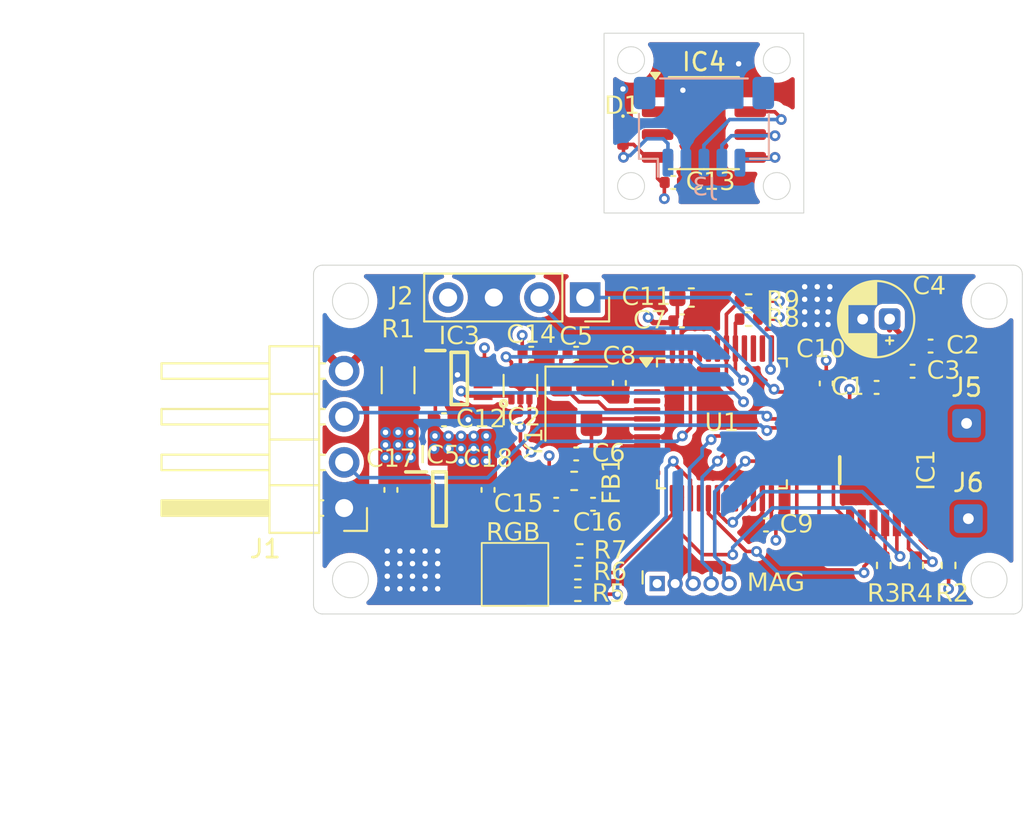
<source format=kicad_pcb>
(kicad_pcb (version 20241229) (generator "pcbnew") (generator_version "9.0")
  (layers (0 "F.Cu" signal) (4 "In1.Cu" signal) (6 "In2.Cu" signal) (2 "B.Cu" signal) (13 "F.Paste" user) (15 "B.Paste" user) (5 "F.SilkS" user "F.Silkscreen") (7 "B.SilkS" user "B.Silkscreen") (1 "F.Mask" user) (3 "B.Mask" user) (25 "Edge.Cuts" user))
  (net 0 "")
  (net 1 "TMP102-INT")
  (net 2 "GND")
  (net 5 "I2C-SCL-2")
  (net 9 "RGB-LED-GREEN")
  (net 11 "I2C-SCL-1")
  (net 12 "I2C-SDA-1")
  (net 14 "+3.3V")
  (net 15 "I2C-SDA-2")
  (net 19 "HSE-OUT")
  (net 20 "RGB-LED-BLUE")
  (net 24 "HSE-IN")
  (net 25 "RGB-LED-RED")
  (net 26 "+3.3VA")
  (net 28 "MAG-MISO")
  (net 29 "MAG-MOSI")
  (net 30 "MAG-SCLK")
  (net 32 "HBRIDGE-")
  (net 33 "CPL")
  (net 34 "CPH")
  (net 35 "HBRIDGE-FAULT")
  (net 36 "HBRIDGE-IN2")
  (net 37 "HBRIDGE-IMODE")
  (net 38 "HBRIDGE-IN1")
  (net 39 "VCP")
  (net 40 "HBRIDGE+")
  (net 41 "HBRIDGE-SLEEP")
  (net 42 "HBRIDGE-VREF")
  (net 43 "+7V")
  (net 44 "HBRIDGE-IPROPI")
  (net 47 "+SV")
  (net 48 "Net-(LED1-Pad4)")
  (net 49 "Net-(LED1-Pad5)")
  (net 50 "Net-(LED1-Pad6)")
  (net 51 "SWDIO")
  (net 52 "SWCLK")
  (net 53 "INA236-INT")
  (net 54 "3.3V")
  (footprint "Resistor_SMD:R_0402_1005Metric" (layer "F.Cu") (at 83 47.3 -90)
    (property "Reference" "R4")
    (property "Value" "8.25k")
  )
  (footprint "Capacitor_SMD:C_0402_1005Metric" (layer "F.Cu") (at 78 37.18 -90)
    (property "Reference" "C10")
    (property "Value" "100nF")
  )
  (footprint "Package_TO_SOT_SMD:SOT-563" (layer "F.Cu") (at 61 37.3 90)
    (property "Reference" "IC2")
    (property "Value" "TMP102xxDRL")
  )
  (footprint "Resistor_SMD:R_1206_3216Metric" (layer "F.Cu") (at 54.2 37 -90)
    (property "Reference" "R1")
    (property "Value" "0.01")
  )
  (footprint "Capacitor_SMD:C_0402_1005Metric" (layer "F.Cu") (at 64.1 41.1 180)
    (property "Reference" "C6")
    (property "Value" "30pF")
  )
  (footprint "Connector_Wire:SolderWire-0.1sqmm_1x01_D0.4mm_OD1mm" (layer "F.Cu") (at 85.9 44.7)
    (property "Reference" "J6")
    (property "Value" "-")
  )
  (footprint "Connector_PinHeader_2.54mm:PinHeader_1x04_P2.54mm_Horizontal" (layer "F.Cu") (at 51.2 44.11 180)
    (property "Reference" "J1")
    (property "Value" "Conn_01x04_Pin")
  )
  (footprint "Capacitor_SMD:C_0402_1005Metric" (layer "F.Cu") (at 65.0375 43.9)
    (property "Reference" "C16")
    (property "Value" "10nF")
  )
  (footprint "Capacitor_SMD:C_0402_1005Metric" (layer "F.Cu") (at 82.8 36.5 180)
    (property "Reference" "C3")
    (property "Value" "100nF")
  )
  (footprint "Capacitor_SMD:C_0402_1005Metric" (layer "F.Cu") (at 83.8 35.1)
    (property "Reference" "C2")
    (property "Value" "100nF")
  )
  (footprint "Resistor_SMD:R_0402_1005Metric" (layer "F.Cu") (at 73.69 33.6 180)
    (property "Reference" "R8")
    (property "Value" "4.7k")
  )
  (footprint "Capacitor_SMD:C_0402_1005Metric" (layer "F.Cu") (at 56.75 39.2)
    (property "Reference" "C12")
    (property "Value" "100nF")
  )
  (footprint "Resistor_SMD:R_0402_1005Metric" (layer "F.Cu") (at 64.19 48.9)
    (property "Reference" "R7")
    (property "Value" "220")
  )
  (footprint "Connector_PinSocket_1.00mm:PinSocket_1x05_P1.00mm_Vertical" (layer "F.Cu") (at 68.6 48.31 90)
    (property "Reference" "MAG")
    (property "Value" "Conn_01x05")
  )
  (footprint "Capacitor_THT:CP_Radial_D4.0mm_P1.50mm" (layer "F.Cu") (at 81.5226 33.6 180)
    (property "Reference" "C4")
    (property "Value" "22uF")
  )
  (footprint "Capacitor_SMD:C_0402_1005Metric" (layer "F.Cu") (at 53.8 43.1 -90)
    (property "Reference" "C17")
    (property "Value" "1uF")
  )
  (footprint "Custom-Footprints:Untitled_1" (layer "F.Cu") (at 60.2 44.7 180)
    (property "Reference" "RGB")
    (property "Value" "")
  )
  (footprint "Crystal:Crystal_SMD_3225-4Pin_3.2x2.5mm" (layer "F.Cu") (at 64.1 38.3 -90)
    (property "Reference" "Y1")
    (property "Value" "25MHZ")
  )
  (footprint "Resistor_SMD:R_0402_1005Metric" (layer "F.Cu") (at 81.2 47.3 -90)
    (property "Reference" "R3")
    (property "Value" "62k")
  )
  (footprint "Resistor_SMD:R_0402_1005Metric" (layer "F.Cu") (at 64.19 47.7)
    (property "Reference" "R6")
    (property "Value" "220")
  )
  (footprint "Package_QFP:LQFP-48_7x7mm_P0.5mm" (layer "F.Cu") (at 72.2 39.4)
    (property "Reference" "U1")
    (property "Value" "STM32F301C8Tx")
  )
  (footprint "Connector_Wire:SolderWire-0.1sqmm_1x01_D0.4mm_OD1mm" (layer "F.Cu") (at 85.8 39.4)
    (property "Reference" "J5")
    (property "Value" "+")
  )
  (footprint "Resistor_SMD:R_0402_1005Metric" (layer "F.Cu") (at 84.8 47.3 90)
    (property "Reference" "R2")
    (property "Value" "10k")
  )
  (footprint "Capacitor_SMD:C_0402_1005Metric" (layer "F.Cu") (at 61.6 35.5)
    (property "Reference" "C14")
    (property "Value" "10nF")
  )
  (footprint "Capacitor_SMD:C_0402_1005Metric" (layer "F.Cu") (at 69.5 26)
    (property "Reference" "C13")
    (property "Value" "100nF")
  )
  (footprint "Capacitor_SMD:C_0402_1005Metric" (layer "F.Cu") (at 59.2 43.1 -90)
    (property "Reference" "C18")
    (property "Value" "1uF")
  )
  (footprint "Capacitor_SMD:C_0402_1005Metric" (layer "F.Cu") (at 66.5 37.15 -90)
    (property "Reference" "C8")
    (property "Value" "100nF")
  )
  (footprint "Inductor_SMD:L_0603_1608Metric" (layer "F.Cu") (at 63.9875 42.6)
    (property "Reference" "FB1")
    (property "Value" "120")
  )
  (footprint "Diode_SMD:D_0402_1005Metric" (layer "F.Cu") (at 66.7 23.4 -90)
    (property "Reference" "D1")
    (property "Value" "6V")
  )
  (footprint "Custom-Footprints:SOT95P285X140-5N" (layer "F.Cu") (at 56.5 43.6)
    (property "Reference" "IC5")
    (property "Value" "AP2112K" (hide yes))
  )
  (footprint "Package_SO:SO-8_3.9x4.9mm_P1.27mm" (layer "F.Cu") (at 71.2 22.7)
    (property "Reference" "IC4")
    (property "Value" "MT6816CT")
  )
  (footprint "Resistor_SMD:R_0402_1005Metric" (layer "F.Cu") (at 73.69 32.6 180)
    (property "Reference" "R9")
    (property "Value" "4.7k")
  )
  (footprint "Capacitor_SMD:C_0402_1005Metric" (layer "F.Cu") (at 69.98 33.7)
    (property "Reference" "C7")
    (property "Value" "100nF")
  )
  (footprint "Resistor_SMD:R_0402_1005Metric" (layer "F.Cu") (at 64.3 46.5)
    (property "Reference" "R5")
    (property "Value" "220")
  )
  (footprint "Capacitor_SMD:C_0402_1005Metric" (layer "F.Cu") (at 62.9875 43.9 180)
    (property "Reference" "C15")
    (property "Value" "1uF")
  )
  (footprint "Capacitor_SMD:C_0402_1005Metric" (layer "F.Cu") (at 74.65 45.05 180)
    (property "Reference" "C9")
    (property "Value" "100nF")
  )
  (footprint "Custom-Footprints:SOP65P280X110-8N" (layer "F.Cu") (at 57.6 36.9)
    (property "Reference" "IC3")
    (property "Value" "INA236AIDDFR" (hide yes))
  )
  (footprint "Connector_PinSocket_2.54mm:PinSocket_1x04_P2.54mm_Vertical" (layer "F.Cu") (at 64.6 32.4 -90)
    (property "Reference" "J2")
    (property "Value" "Conn_01x04_Pin")
  )
  (footprint "Capacitor_SMD:C_0603_1608Metric" (layer "F.Cu") (at 70.5 32.4)
    (property "Reference" "C11")
    (property "Value" "4.7uF")
  )
  (footprint "Capacitor_SMD:C_0402_1005Metric" (layer "F.Cu") (at 64.1 35.5)
    (property "Reference" "C5")
    (property "Value" "30pF")
  )
  (footprint "Capacitor_SMD:C_0402_1005Metric" (layer "F.Cu") (at 80.8 37.4)
    (property "Reference" "C1")
    (property "Value" "22nF")
  )
  (footprint "Custom-Footprints:SOP65P640X120-17N" (layer "F.Cu") (at 81.6 42 90)
    (property "Reference" "IC1")
    (property "Value" "DRV8876PWPR" (hide yes))
  )
  (footprint "Connector_JST:JST_SH_SM05B-SRSS-TB_1x05-1MP_P1.00mm_Horizontal" (layer "B.Cu") (at 71.2 22.9)
    (property "Reference" "J3")
    (property "Value" "Conn_01x05_Pin")
  )
  (gr_circle (center 75.25 19.2) (end 75.25 18.45) (stroke (width 0.05)) (fill no) (layer "Edge.Cuts"))
  (gr_arc (start 88.9 49.5) (mid 88.753553 49.853553) (end 88.4 50) (stroke (width 0.05)) (layer "Edge.Cuts"))
  (gr_line (start 50 50) (end 88.4 50) (stroke (width 0.05)) (layer "Edge.Cuts"))
  (gr_circle (center 87.05 32.6) (end 87.05 31.6) (stroke (width 0.05)) (fill no) (layer "Edge.Cuts"))
  (gr_circle (center 51.55 48.1) (end 51.55 47.1) (stroke (width 0.05)) (fill no) (layer "Edge.Cuts"))
  (gr_arc (start 88.4 30.6) (mid 88.753553 30.746447) (end 88.9 31.1) (stroke (width 0.05)) (layer "Edge.Cuts"))
  (gr_arc (start 50 50) (mid 49.646447 49.853553) (end 49.5 49.5) (stroke (width 0.05)) (layer "Edge.Cuts"))
  (gr_rect (start 65.65 17.7) (end 76.75 27.7) (stroke (width 0.05)) (fill no) (layer "Edge.Cuts"))
  (gr_circle (center 75.25 26.2) (end 75.25 25.45) (stroke (width 0.05)) (fill no) (layer "Edge.Cuts"))
  (gr_arc (start 49.5 31.1) (mid 49.646447 30.746447) (end 50 30.6) (stroke (width 0.05)) (layer "Edge.Cuts"))
  (gr_line (start 50.000001 30.600001) (end 88.4 30.6) (stroke (width 0.05)) (layer "Edge.Cuts"))
  (gr_circle (center 67.15 19.2) (end 67.15 18.45) (stroke (width 0.05)) (fill no) (layer "Edge.Cuts"))
  (gr_circle (center 87.05 48.1) (end 87.05 47.1) (stroke (width 0.05)) (fill no) (layer "Edge.Cuts"))
  (gr_circle (center 51.55 32.6) (end 51.55 31.6) (stroke (width 0.05)) (fill no) (layer "Edge.Cuts"))
  (gr_line (start 88.9 49.5) (end 88.9 31.1) (stroke (width 0.05)) (layer "Edge.Cuts"))
  (gr_line (start 49.5 49.5) (end 49.5 31.1) (stroke (width 0.05)) (layer "Edge.Cuts"))
  (gr_circle (center 67.15 26.2) (end 67.15 25.45) (stroke (width 0.05)) (fill no) (layer "Edge.Cuts"))
  (segment (start 70.45 39.65) (end 70 40.1) (width 0.2) (layer "F.Cu") (net 1))
  (segment (start 61.5 38.0125) (end 61.5 39.1) (width 0.2) (layer "F.Cu") (net 1))
  (segment (start 61 39.6) (end 61 40.4) (width 0.2) (layer "F.Cu") (net 1))
  (segment (start 61.5 39.1) (end 61 39.6) (width 0.2) (layer "F.Cu") (net 1))
  (segment (start 70.45 35.2375) (end 70.45 39.65) (width 0.2) (layer "F.Cu") (net 1))
  (segment (start 61 40.4) (end 61.6 41) (width 0.2) (layer "F.Cu") (net 1))
  (via (at 61 39.6) (size 0.6) (drill 0.3) (layers "F.Cu" "B.Cu") (net 1))
  (via (at 70 40.1) (size 0.6) (drill 0.3) (layers "F.Cu" "B.Cu") (net 1))
  (via (at 61.6 41) (size 0.6) (drill 0.3) (layers "F.Cu" "B.Cu") (net 1))
  (segment (start 69.7 40.4) (end 62.2 40.4) (width 0.2) (layer "B.Cu") (net 1))
  (segment (start 62.2 40.4) (end 61.6 41) (width 0.2) (layer "B.Cu") (net 1))
  (segment (start 70 40.1) (end 69.7 40.4) (width 0.2) (layer "B.Cu") (net 1))
  (segment (start 70.46 33.7) (end 70.46 33.215) (width 0.2) (layer "F.Cu") (net 2))
  (segment (start 55.2 43.6) (end 53.82 43.6) (width 0.2) (layer "F.Cu") (net 2))
  (segment (start 76.3625 37.15) (end 77.42 37.15) (width 0.2) (layer "F.Cu") (net 2))
  (segment (start 64.95 35.87) (end 64.58 35.5) (width 0.2) (layer "F.Cu") (net 2))
  (segment (start 68.62 20.8) (end 68.625 20.795) (width 0.2) (layer "F.Cu") (net 2))
  (segment (start 74.45 44.77) (end 74.17 45.05) (width 0.2) (layer "F.Cu") (net 2))
  (segment (start 69.95 34.21) (end 70.46 33.7) (width 0.2) (layer "F.Cu") (net 2))
  (segment (start 61.5 36.5875) (end 61.5 36.08) (width 0.2) (layer "F.Cu") (net 2))
  (segment (start 61 37.6) (end 61.5 37.1) (width 0.2) (layer "F.Cu") (net 2))
  (segment (start 63.25 40.73) (end 63.62 41.1) (width 0.2) (layer "F.Cu") (net 2))
  (segment (start 61.5 36.08) (end 62.08 35.5) (width 0.2) (layer "F.Cu") (net 2))
  (segment (start 61.5 37.1) (end 61.5 36.5875) (width 0.2) (layer "F.Cu") (net 2))
  (segment (start 73.13 19.4) (end 73.13 20.795) (width 0.2) (layer "F.Cu") (net 2))
  (segment (start 73.13 20.795) (end 73.775 20.795) (width 0.2) (layer "F.Cu") (net 2))
  (segment (start 53.82 43.6) (end 53.8 43.58) (width 0.2) (layer "F.Cu") (net 2))
  (segment (start 64.95 37.2) (end 64.95 35.87) (width 0.2) (layer "F.Cu") (net 2))
  (segment (start 58.098 36.7) (end 58.223 36.575) (width 0.2) (layer "F.Cu") (net 2))
  (segment (start 68.625 20.795) (end 69.955 20.795) (width 0.2) (layer "F.Cu") (net 2))
  (segment (start 66.7 20.8) (end 68.62 20.8) (width 0.2) (layer "F.Cu") (net 2))
  (segment (start 70.46 33.215) (end 71.275 32.4) (width 0.2) (layer "F.Cu") (net 2))
  (segment (start 74.45 43.5625) (end 74.45 44.77) (width 0.2) (layer "F.Cu") (net 2))
  (segment (start 66.7 20.8) (end 66.7 22.915) (width 0.2) (layer "F.Cu") (net 2))
  (segment (start 57.5 36.7) (end 56.975 37.225) (width 0.2) (layer "F.Cu") (net 2))
  (segment (start 56.975 37.225) (end 56.275 37.225) (width 0.2) (layer "F.Cu") (net 2))
  (segment (start 69.955 20.795) (end 70.03 20.87) (width 0.2) (layer "F.Cu") (net 2))
  (segment (start 58.223 36.575) (end 58.925 36.575) (width 0.2) (layer "F.Cu") (net 2))
  (segment (start 57.5 36.7) (end 58.098 36.7) (width 0.2) (layer "F.Cu") (net 2))
  (segment (start 61 38.0125) (end 61 37.6) (width 0.2) (layer "F.Cu") (net 2))
  (segment (start 57.23 39.2) (end 58.1 39.2) (width 0.2) (layer "F.Cu") (net 2))
  (segment (start 77.42 37.15) (end 77.9 37.63) (width 0.2) (layer "F.Cu") (net 2))
  (segment (start 69.95 35.2375) (end 69.95 34.21) (width 0.2) (layer "F.Cu") (net 2))
  (segment (start 63.25 39.4) (end 63.25 40.73) (width 0.2) (layer "F.Cu") (net 2))
  (via (at 78.1 33.9) (size 0.6) (drill 0.3) (layers "F.Cu" "B.Cu") (net 2))
  (via (at 53.6 47.9) (size 0.6) (drill 0.3) (layers "F.Cu" "B.Cu") (net 2))
  (via (at 77.5 33.9) (size 0.6) (drill 0.3) (layers "F.Cu" "B.Cu") (net 2))
  (via (at 54.3 47.2) (size 0.6) (drill 0.3) (layers "F.Cu" "B.Cu") (net 2))
  (via (at 55.7 47.2) (size 0.6) (drill 0.3) (layers "F.Cu" "B.Cu") (net 2))
  (via (at 55.7 48.6) (size 0.6) (drill 0.3) (layers "F.Cu" "B.Cu") (net 2))
  (via (at 66.7 20.8) (size 0.6) (drill 0.3) (layers "F.Cu" "B.Cu") (net 2))
  (via (at 55.7 46.5) (size 0.6) (drill 0.3) (layers "F.Cu" "B.Cu") (net 2))
  (via (at 54.3 46.5) (size 0.6) (drill 0.3) (layers "F.Cu" "B.Cu") (net 2))
  (via (at 53.6 48.6) (size 0.6) (drill 0.3) (layers "F.Cu" "B.Cu") (net 2))
  (via (at 56.4 48.6) (size 0.6) (drill 0.3) (layers "F.Cu" "B.Cu") (net 2))
  (via (at 78.2 31.8) (size 0.6) (drill 0.3) (layers "F.Cu" "B.Cu") (net 2))
  (via (at 58.1 39.2) (size 0.6) (drill 0.3) (layers "F.Cu" "B.Cu") (net 2))
  (via (at 55 47.2) (size 0.6) (drill 0.3) (layers "F.Cu" "B.Cu") (net 2))
  (via (at 55 48.6) (size 0.6) (drill 0.3) (layers "F.Cu" "B.Cu") (net 2))
  (via (at 77.5 33.2) (size 0.6) (drill 0.3) (layers "F.Cu" "B.Cu") (net 2))
  (via (at 55.7 47.9) (size 0.6) (drill 0.3) (layers "F.Cu" "B.Cu") (net 2))
  (via (at 56.4 46.5) (size 0.6) (drill 0.3) (layers "F.Cu" "B.Cu") (net 2))
  (via (at 57.5 36.7) (size 0.6) (drill 0.3) (layers "F.Cu" "B.Cu") (net 2))
  (via (at 54.3 47.9) (size 0.6) (drill 0.3) (layers "F.Cu" "B.Cu") (net 2))
  (via (at 55 47.9) (size 0.6) (drill 0.3) (layers "F.Cu" "B.Cu") (net 2))
  (via (at 55 46.5) (size 0.6) (drill 0.3) (layers "F.Cu" "B.Cu") (net 2))
  (via (at 76.8 33.2) (size 0.6) (drill 0.3) (layers "F.Cu" "B.Cu") (net 2))
  (via (at 77.5 32.5) (size 0.6) (drill 0.3) (layers "F.Cu" "B.Cu") (net 2))
  (via (at 76.8 33.9) (size 0.6) (drill 0.3) (layers "F.Cu" "B.Cu") (net 2))
  (via (at 70.03 20.87) (size 0.6) (drill 0.3) (layers "F.Cu" "B.Cu") (net 2))
  (via (at 73.13 19.4) (size 0.6) (drill 0.3) (layers "F.Cu" "B.Cu") (net 2))
  (via (at 76.8 31.8) (size 0.6) (drill 0.3) (layers "F.Cu" "B.Cu") (net 2))
  (via (at 77.5 31.8) (size 0.6) (drill 0.3) (layers "F.Cu" "B.Cu") (net 2))
  (via (at 78.2 32.5) (size 0.6) (drill 0.3) (layers "F.Cu" "B.Cu") (net 2))
  (via (at 54.3 48.6) (size 0.6) (drill 0.3) (layers "F.Cu" "B.Cu") (net 2))
  (via (at 53.6 46.5) (size 0.6) (drill 0.3) (layers "F.Cu" "B.Cu") (net 2))
  (via (at 56.4 47.9) (size 0.6) (drill 0.3) (layers "F.Cu" "B.Cu") (net 2))
  (via (at 78.1 33.2) (size 0.6) (drill 0.3) (layers "F.Cu" "B.Cu") (net 2))
  (via (at 76.8 32.5) (size 0.6) (drill 0.3) (layers "F.Cu" "B.Cu") (net 2))
  (via (at 56.4 47.2) (size 0.6) (drill 0.3) (layers "F.Cu" "B.Cu") (net 2))
  (via (at 53.6 47.2) (size 0.6) (drill 0.3) (layers "F.Cu" "B.Cu") (net 2))
  (segment (start 70.2 21.04) (end 70.2 24.7) (width 0.2) (layer "B.Cu") (net 2))
  (segment (start 70.03 20.87) (end 70.2 21.04) (width 0.2) (layer "B.Cu") (net 2))
  (segment (start 74.850003 39.65) (end 74.7 39.800003) (width 0.2) (layer "F.Cu") (net 5))
  (segment (start 76.3625 39.65) (end 74.850003 39.65) (width 0.2) (layer "F.Cu") (net 5))
  (via (at 74.7 39.800003) (size 0.6) (drill 0.3) (layers "F.Cu" "B.Cu") (net 5))
  (segment (start 51.2 41.57) (end 52.05 42.42) (width 0.2) (layer "B.Cu") (net 5))
  (segment (start 74.350057 39.5) (end 74.451057 39.601) (width 0.2) (layer "B.Cu") (net 5))
  (segment (start 74.451057 39.601) (end 74.500997 39.601) (width 0.2) (layer "B.Cu") (net 5))
  (segment (start 59.18 42.42) (end 62.1 39.5) (width 0.2) (layer "B.Cu") (net 5))
  (segment (start 52.05 42.42) (end 59.18 42.42) (width 0.2) (layer "B.Cu") (net 5))
  (segment (start 74.500997 39.601) (end 74.7 39.800003) (width 0.2) (layer "B.Cu") (net 5))
  (segment (start 62.1 39.5) (end 74.350057 39.5) (width 0.2) (layer "B.Cu") (net 5))
  (segment (start 66.2 47.7) (end 64.7 47.7) (width 0.2) (layer "F.Cu") (net 9))
  (segment (start 69.45 43.5625) (end 69.45 44.45) (width 0.2) (layer "F.Cu") (net 9))
  (segment (start 69.45 44.45) (end 66.2 47.7) (width 0.2) (layer "F.Cu") (net 9))
  (segment (start 57.7 37.6) (end 57.975 37.875) (width 0.2) (layer "F.Cu") (net 11))
  (segment (start 73.4 38.2) (end 72.45 37.25) (width 0.2) (layer "F.Cu") (net 11))
  (segment (start 57.975 37.875) (end 58.925 37.875) (width 0.2) (layer "F.Cu") (net 11))
  (segment (start 58.925 37.875) (end 60.3625 37.875) (width 0.2) (layer "F.Cu") (net 11))
  (segment (start 72.45 37.25) (end 72.45 35.2375) (width 0.2) (layer "F.Cu") (net 11))
  (segment (start 72.45 35.2375) (end 72.45 33.33) (width 0.2) (layer "F.Cu") (net 11))
  (segment (start 60.3625 37.875) (end 60.5 38.0125) (width 0.2) (layer "F.Cu") (net 11))
  (segment (start 72.45 33.33) (end 73.18 32.6) (width 0.2) (layer "F.Cu") (net 11))
  (via (at 57.7 37.6) (size 0.6) (drill 0.3) (layers "F.Cu" "B.Cu") (net 11))
  (via (at 73.4 38.2) (size 0.6) (drill 0.3) (layers "F.Cu" "B.Cu") (net 11))
  (segment (start 73.4 38.2) (end 72.9 37.7) (width 0.2) (layer "B.Cu") (net 11))
  (segment (start 72.9 37.7) (end 57.8 37.7) (width 0.2) (layer "B.Cu") (net 11))
  (segment (start 57.8 37.7) (end 57.7 37.6) (width 0.2) (layer "B.Cu") (net 11))
  (segment (start 72.95 35.2375) (end 72.95 36.55) (width 0.2) (layer "F.Cu") (net 12))
  (segment (start 60.5 36) (end 60.2 35.7) (width 0.2) (layer "F.Cu") (net 12))
  (segment (start 72.95 33.83) (end 73.18 33.6) (width 0.2) (layer "F.Cu") (net 12))
  (segment (start 58.925 37.225) (end 59.8625 37.225) (width 0.2) (layer "F.Cu") (net 12))
  (segment (start 72.95 35.2375) (end 72.95 33.83) (width 0.2) (layer "F.Cu") (net 12))
  (segment (start 60.5 36.5875) (end 60.5 36) (width 0.2) (layer "F.Cu") (net 12))
  (segment (start 59.8625 37.225) (end 60.5 36.5875) (width 0.2) (layer "F.Cu") (net 12))
  (segment (start 72.95 36.55) (end 73.4 37) (width 0.2) (layer "F.Cu") (net 12))
  (via (at 60.2 35.7) (size 0.6) (drill 0.3) (layers "F.Cu" "B.Cu") (net 12))
  (via (at 73.4 37) (size 0.6) (drill 0.3) (layers "F.Cu" "B.Cu") (net 12))
  (segment (start 70.6 35.7) (end 60.2 35.7) (width 0.2) (layer "B.Cu") (net 12))
  (segment (start 73.4 37) (end 72.6 36.2) (width 0.2) (layer "B.Cu") (net 12))
  (segment (start 72.6 36.2) (end 71.1 36.2) (width 0.2) (layer "B.Cu") (net 12))
  (segment (start 71.1 36.2) (end 70.6 35.7) (width 0.2) (layer "B.Cu") (net 12))
  (segment (start 74.95 44.87) (end 75.13 45.05) (width 0.2) (layer "F.Cu") (net 14))
  (segment (start 68.0375 36.65) (end 68.95 36.65) (width 0.2) (layer "F.Cu") (net 14))
  (segment (start 68.4 33.8) (end 69.4 33.8) (width 0.3) (layer "F.Cu") (net 14))
  (segment (start 75.3 33.6) (end 75.4 33.5) (width 0.2) (layer "F.Cu") (net 14))
  (segment (start 68.1 33.5) (end 68.4 33.8) (width 0.3) (layer "F.Cu") (net 14))
  (segment (start 69.5 33.7) (end 69.5 35.1875) (width 0.2) (layer "F.Cu") (net 14))
  (segment (start 74.2 32.6) (end 75.4 32.6) (width 0.2) (layer "F.Cu") (net 14))
  (segment (start 66.5 36.67) (end 68.0175 36.67) (width 0.2) (layer "F.Cu") (net 14))
  (segment (start 74.95 43.5625) (end 74.95 44.87) (width 0.2) (layer "F.Cu") (net 14))
  (segment (start 66.73 23.915) (end 66.7 23.885) (width 0.2) (layer "F.Cu") (net 14))
  (segment (start 79.3 37.5) (end 79.3 39.037) (width 0.2) (layer "F.Cu") (net 14))
  (segment (start 68.95 36.65) (end 69.45 36.15) (width 0.2) (layer "F.Cu") (net 14))
  (segment (start 77.88 36.65) (end 77.9 36.67) (width 0.2) (layer "F.Cu") (net 14))
  (segment (start 84.8 48.6) (end 84.8 47.81) (width 0.2) (layer "F.Cu") (net 14))
  (segment (start 56.27 37.88) (end 56.275 37.875) (width 0.2) (layer "F.Cu") (net 14))
  (segment (start 76.3625 36.65) (end 77.88 36.65) (width 0.2) (layer "F.Cu") (net 14))
  (segment (start 61 35.62) (end 61 36.5875) (width 0.2) (layer "F.Cu") (net 14))
  (segment (start 66.73 24.6) (end 66.73 23.915) (width 0.2) (layer "F.Cu") (net 14))
  (segment (start 69.725 33.475) (end 69.5 33.7) (width 0.2) (layer "F.Cu") (net 14))
  (segment (start 69.4 33.8) (end 69.5 33.7) (width 0.3) (layer "F.Cu") (net 14))
  (segment (start 74.2 33.6) (end 75.3 33.6) (width 0.2) (layer "F.Cu") (net 14))
  (segment (start 61.1 34.5) (end 61.1 35.48) (width 0.2) (layer "F.Cu") (net 14))
  (segment (start 79.3 39.037) (end 79.325 39.062) (width 0.2) (layer "F.Cu") (net 14))
  (segment (start 59.17 42.65) (end 59.2 42.62) (width 0.2) (layer "F.Cu") (net 14))
  (segment (start 57.8 42.65) (end 59.17 42.65) (width 0.2) (layer "F.Cu") (net 14))
  (segment (start 75.2 45.9) (end 75.2 45.12) (width 0.2) (layer "F.Cu") (net 14))
  (segment (start 67.285 23.885) (end 66.7 23.885) (width 0.2) (layer "F.Cu") (net 14))
  (segment (start 78 36.7) (end 78 35.9) (width 0.2) (layer "F.Cu") (net 14))
  (segment (start 69.45 36.15) (end 69.45 35.2375) (width 0.2) (layer "F.Cu") (net 14))
  (segment (start 62.6 42) (end 63.2 42.6) (width 0.2) (layer "F.Cu") (net 14))
  (segment (start 61.12 35.5) (end 61 35.62) (width 0.2) (layer "F.Cu") (net 14))
  (segment (start 68.625 25.775) (end 69.05 26.2) (width 0.2) (layer "F.Cu") (net 14))
  (segment (start 69 26.9) (end 69 26.02) (width 0.2) (layer "F.Cu") (net 14))
  (segment (start 69 26.02) (end 69.02 26) (width 0.2) (layer "F.Cu") (net 14))
  (segment (start 69.725 32.4) (end 69.725 33.475) (width 0.2) (layer "F.Cu") (net 14))
  (segment (start 68.0175 36.67) (end 68.0375 36.65) (width 0.2) (layer "F.Cu") (net 14))
  (segment (start 75.2 45.12) (end 75.13 45.05) (width 0.2) (layer "F.Cu") (net 14))
  (segment (start 56.27 39.2) (end 56.27 37.88) (width 0.2) (layer "F.Cu") (net 14))
  (segment (start 68.625 24.605) (end 68.005 24.605) (width 0.2) (layer "F.Cu") (net 14))
  (segment (start 68.005 24.605) (end 67.285 23.885) (width 0.2) (layer "F.Cu") (net 14))
  (segment (start 69.5 35.1875) (end 69.45 35.2375) (width 0.2) (layer "F.Cu") (net 14))
  (segment (start 62.6 41.2) (end 62.6 42) (width 0.2) (layer "F.Cu") (net 14))
  (segment (start 68.625 24.605) (end 68.625 25.775) (width 0.2) (layer "F.Cu") (net 14))
  (segment (start 61.1 35.48) (end 61.12 35.5) (width 0.2) (layer "F.Cu") (net 14))
  (segment (start 68.53 24.7) (end 68.625 24.605) (width 0.2) (layer "F.Cu") (net 14))
  (via (at 79.3 37.5) (size 0.6) (drill 0.3) (layers "F.Cu" "B.Cu") (net 14))
  (via (at 57.7 41.5) (size 0.6) (drill 0.3) (layers "F.Cu" "B.Cu") (net 14))
  (via (at 66.73 24.6) (size 0.6) (drill 0.3) (layers "F.Cu" "B.Cu") (net 14))
  (via (at 75.4 32.6) (size 0.6) (drill 0.3) (layers "F.Cu" "B.Cu") (net 14))
  (via (at 58.4 40.1) (size 0.6) (drill 0.3) (layers "F.Cu" "B.Cu") (net 14))
  (via (at 68.1 33.5) (size 0.6) (drill 0.3) (layers "F.Cu" "B.Cu") (net 14))
  (via (at 62.6 41.2) (size 0.6) (drill 0.3) (layers "F.Cu" "B.Cu") (net 14))
  (via (at 61.1 34.5) (size 0.6) (drill 0.3) (layers "F.Cu" "B.Cu") (net 14))
  (via (at 57 40.1) (size 0.6) (drill 0.3) (layers "F.Cu" "B.Cu") (net 14))
  (via (at 59.1 40.1) (size 0.6) (drill 0.3) (layers "F.Cu" "B.Cu") (net 14))
  (via (at 58.4 41.5) (size 0.6) (drill 0.3) (layers "F.Cu" "B.Cu") (net 14))
  (via (at 56.25 40.1) (size 0.6) (drill 0.3) (layers "F.Cu" "B.Cu") (net 14))
  (via (at 75.2 45.9) (size 0.6) (drill 0.3) (layers "F.Cu" "B.Cu") (net 14))
  (via (at 75.4 33.5) (size 0.6) (drill 0.3) (layers "F.Cu" "B.Cu") (net 14))
  (via (at 58.4 40.8) (size 0.6) (drill 0.3) (layers "F.Cu" "B.Cu") (net 14))
  (via (at 59.1 40.8) (size 0.6) (drill 0.3) (layers "F.Cu" "B.Cu") (net 14))
  (via (at 57 40.8) (size 0.6) (drill 0.3) (layers "F.Cu" "B.Cu") (net 14))
  (via (at 56.2 40.8) (size 0.6) (drill 0.3) (layers "F.Cu" "B.Cu") (net 14))
  (via (at 57.7 40.8) (size 0.6) (drill 0.3) (layers "F.Cu" "B.Cu") (net 14))
  (via (at 59.1 41.5) (size 0.6) (drill 0.3) (layers "F.Cu" "B.Cu") (net 14))
  (via (at 57.7 40.1) (size 0.6) (drill 0.3) (layers "F.Cu" "B.Cu") (net 14))
  (via (at 84.8 48.6) (size 0.6) (drill 0.3) (layers "F.Cu" "B.Cu") (net 14))
  (via (at 69 26.9) (size 0.6) (drill 0.3) (layers "F.Cu" "B.Cu") (net 14))
  (via (at 78 35.9) (size 0.6) (drill 0.3) (layers "F.Cu" "B.Cu") (net 14))
  (segment (start 68.93 23.57) (end 69.2 23.84) (width 0.2) (layer "B.Cu") (net 14))
  (segment (start 67.1 24.5) (end 68.03 23.57) (width 0.2) (layer "B.Cu") (net 14))
  (segment (start 66.83 24.5) (end 67.1 24.5) (width 0.2) (layer "B.Cu") (net 14))
  (segment (start 69.2 23.84) (end 69.2 24.7) (width 0.2) (layer "B.Cu") (net 14))
  (segment (start 66.73 24.6) (end 66.83 24.5) (width 0.2) (layer "B.Cu") (net 14))
  (segment (start 68.03 23.57) (end 68.93 23.57) (width 0.2) (layer "B.Cu") (net 14))
  (segment (start 74.85 39.15) (end 74.7 39) (width 0.2) (layer "F.Cu") (net 15))
  (segment (start 76.3625 39.15) (end 74.85 39.15) (width 0.2) (layer "F.Cu") (net 15))
  (via (at 74.7 39) (size 0.6) (drill 0.3) (layers "F.Cu" "B.Cu") (net 15))
  (segment (start 74.7 39) (end 74.5 38.8) (width 0.2) (layer "B.Cu") (net 15))
  (segment (start 51.43 38.8) (end 51.2 39.03) (width 0.2) (layer "B.Cu") (net 15))
  (segment (start 74.5 38.8) (end 58.549943 38.8) (width 0.2) (layer "B.Cu") (net 15))
  (segment (start 58.549943 38.8) (end 58.348943 38.599) (width 0.2) (layer "B.Cu") (net 15))
  (segment (start 57.650057 38.8) (end 51.43 38.8) (width 0.2) (layer "B.Cu") (net 15))
  (segment (start 58.348943 38.599) (end 57.851057 38.599) (width 0.2) (layer "B.Cu") (net 15))
  (segment (start 57.851057 38.599) (end 57.650057 38.8) (width 0.2) (layer "B.Cu") (net 15))
  (segment (start 64.95 39.4) (end 64.95 40.73) (width 0.2) (layer "F.Cu") (net 19))
  (segment (start 65.2 39.15) (end 68.0375 39.15) (width 0.2) (layer "F.Cu") (net 19))
  (segment (start 64.95 39.4) (end 65.2 39.15) (width 0.2) (layer "F.Cu") (net 19))
  (segment (start 64.95 40.73) (end 64.58 41.1) (width 0.2) (layer "F.Cu") (net 19))
  (segment (start 68.0375 43.2725) (end 68.0375 42.15) (width 0.2) (layer "F.Cu") (net 20))
  (segment (start 64.81 46.5) (end 68.0375 43.2725) (width 0.2) (layer "F.Cu") (net 20))
  (segment (start 63.25 37.2) (end 63.25 35.87) (width 0.2) (layer "F.Cu") (net 24))
  (segment (start 68.0375 38.65) (end 65.78616 38.65) (width 0.2) (layer "F.Cu") (net 24))
  (segment (start 63.25 35.87) (end 63.62 35.5) (width 0.2) (layer "F.Cu") (net 24))
  (segment (start 65.78616 38.65) (end 65.33716 38.201) (width 0.2) (layer "F.Cu") (net 24))
  (segment (start 64.251 38.201) (end 63.25 37.2) (width 0.2) (layer "F.Cu") (net 24))
  (segment (start 65.33716 38.201) (end 64.251 38.201) (width 0.2) (layer "F.Cu") (net 24))
  (segment (start 69.5 41.5) (end 69.5 41.6) (width 0.2) (layer "F.Cu") (net 25))
  (segment (start 70.45 42.55) (end 70.45 43.5625) (width 0.2) (layer "F.Cu") (net 25))
  (segment (start 69.5 41.6) (end 70.45 42.55) (width 0.2) (layer "F.Cu") (net 25))
  (segment (start 66.4 48.9) (end 64.7 48.9) (width 0.2) (layer "F.Cu") (net 25))
  (via (at 69.5 41.5) (size 0.6) (drill 0.3) (layers "F.Cu" "B.Cu") (net 25))
  (via (at 66.4 48.9) (size 0.6) (drill 0.3) (layers "F.Cu" "B.Cu") (net 25))
  (segment (start 66.4 47.3) (end 66.4 48.9) (width 0.2) (layer "B.Cu") (net 25))
  (segment (start 69.1 41.9) (end 69.1 44.6) (width 0.2) (layer "B.Cu") (net 25))
  (segment (start 69.5 41.5) (end 69.1 41.9) (width 0.2) (layer "B.Cu") (net 25))
  (segment (start 69.1 44.6) (end 66.4 47.3) (width 0.2) (layer "B.Cu") (net 25))
  (segment (start 63.4675 43.9) (end 64.5575 43.9) (width 0.2) (layer "F.Cu") (net 26))
  (segment (start 64.5575 43.9) (end 64.5575 42.8175) (width 0.2) (layer "F.Cu") (net 26))
  (segment (start 64.5575 42.8175) (end 64.775 42.6) (width 0.2) (layer "F.Cu") (net 26))
  (segment (start 68.0375 40.65) (end 66.725 40.65) (width 0.2) (layer "F.Cu") (net 26))
  (segment (start 66.725 40.65) (end 64.775 42.6) (width 0.2) (layer "F.Cu") (net 26))
  (segment (start 71.95 41.501) (end 72.751 40.7) (width 0.2) (layer "F.Cu") (net 28))
  (segment (start 72.751 40.7) (end 74.0671 40.7) (width 0.2) (layer "F.Cu") (net 28))
  (segment (start 74.0671 40.7) (end 74.5171 41.15) (width 0.2) (layer "F.Cu") (net 28))
  (segment (start 74.5171 41.15) (end 76.3625 41.15) (width 0.2) (layer "F.Cu") (net 28))
  (segment (start 75.085 23.335) (end 75.15 23.4) (width 0.2) (layer "F.Cu") (net 28))
  (segment (start 73.775 23.335) (end 75.085 23.335) (width 0.2) (layer "F.Cu") (net 28))
  (via (at 71.95 41.501) (size 0.6) (drill 0.3) (layers "F.Cu" "B.Cu") (net 28))
  (via (at 75.15 23.4) (size 0.6) (drill 0.3) (layers "F.Cu" "B.Cu") (net 28))
  (segment (start 72.725001 23.4) (end 75.15 23.4) (width 0.2) (layer "B.Cu") (net 28))
  (segment (start 71.95 41.501) (end 71.95 41.55) (width 0.2) (layer "B.Cu") (net 28))
  (segment (start 71.95 41.55) (end 71.1 42.4) (width 0.2) (layer "B.Cu") (net 28))
  (segment (start 71.1 47.1) (end 71.6 47.6) (width 0.2) (layer "B.Cu") (net 28))
  (segment (start 72.2 23.925001) (end 72.725001 23.4) (width 0.2) (layer "B.Cu") (net 28))
  (segment (start 71.6 47.6) (end 71.6 48.31) (width 0.2) (layer "B.Cu") (net 28))
  (segment (start 72.2 24.7) (end 72.2 23.925001) (width 0.2) (layer "B.Cu") (net 28))
  (segment (start 71.1 42.4) (end 71.1 47.1) (width 0.2) (layer "B.Cu") (net 28))
  (segment (start 73.5 41.501) (end 74.301 41.501) (width 0.2) (layer "F.Cu") (net 29))
  (segment (start 74.45 41.65) (end 76.3625 41.65) (width 0.2) (layer "F.Cu") (net 29))
  (segment (start 74.301 41.501) (end 74.45 41.65) (width 0.2) (layer "F.Cu") (net 29))
  (segment (start 73.775 24.605) (end 75.15 24.605) (width 0.2) (layer "F.Cu") (net 29))
  (via (at 73.5 41.501) (size 0.6) (drill 0.3) (layers "F.Cu" "B.Cu") (net 29))
  (via (at 75.15 24.605) (size 0.6) (drill 0.3) (layers "F.Cu" "B.Cu") (net 29))
  (segment (start 72.326 47.326) (end 72.326 48.036) (width 0.2) (layer "B.Cu") (net 29))
  (segment (start 73.5 41.501) (end 71.8 43.201) (width 0.2) (layer "B.Cu") (net 29))
  (segment (start 71.8 46.8) (end 72.326 47.326) (width 0.2) (layer "B.Cu") (net 29))
  (segment (start 73.2 24.7) (end 75.055 24.7) (width 0.2) (layer "B.Cu") (net 29))
  (segment (start 71.8 43.201) (end 71.8 46.8) (width 0.2) (layer "B.Cu") (net 29))
  (segment (start 75.055 24.7) (end 75.15 24.605) (width 0.2) (layer "B.Cu") (net 29))
  (segment (start 72.326 48.036) (end 72.6 48.31) (width 0.2) (layer "B.Cu") (net 29))
  (segment (start 71.6 40.3) (end 71.8 40.1) (width 0.2) (layer "F.Cu") (net 30))
  (segment (start 74.150054 40.1) (end 74.700054 40.65) (width 0.2) (layer "F.Cu") (net 30))
  (segment (start 75.5 22.5) (end 75.5 22.43) (width 0.2) (layer "F.Cu") (net 30))
  (segment (start 75.135 22.065) (end 73.775 22.065) (width 0.2) (layer "F.Cu") (net 30))
  (segment (start 74.700054 40.65) (end 76.3625 40.65) (width 0.2) (layer "F.Cu") (net 30))
  (segment (start 71.8 40.1) (end 74.150054 40.1) (width 0.2) (layer "F.Cu") (net 30))
  (segment (start 75.5 22.43) (end 75.135 22.065) (width 0.2) (layer "F.Cu") (net 30))
  (via (at 75.5 22.5) (size 0.6) (drill 0.3) (layers "F.Cu" "B.Cu") (net 30))
  (via (at 71.6 40.3) (size 0.6) (drill 0.3) (layers "F.Cu" "B.Cu") (net 30))
  (segment (start 71.6 40.3) (end 71.1 40.8) (width 0.2) (layer "B.Cu") (net 30))
  (segment (start 70.4 48.11) (end 70.6 48.31) (width 0.2) (layer "B.Cu") (net 30))
  (segment (start 70.4 41.9) (end 70.4 48.11) (width 0.2) (layer "B.Cu") (net 30))
  (segment (start 71.1 41.2) (end 70.4 41.9) (width 0.2) (layer "B.Cu") (net 30))
  (segment (start 71.1 40.8) (end 71.1 41.2) (width 0.2) (layer "B.Cu") (net 30))
  (segment (start 75.5 22.5) (end 72.625001 22.5) (width 0.2) (layer "B.Cu") (net 30))
  (segment (start 71.2 23.925001) (end 71.2 24.7) (width 0.2) (layer "B.Cu") (net 30))
  (segment (start 72.625001 22.5) (end 71.2 23.925001) (width 0.2) (layer "B.Cu") (net 30))
  (segment (start 83.225 39.062) (end 83.225 37.875) (width 0.5) (layer "F.Cu") (net 32))
  (segment (start 83.7 37.4) (end 85.1 37.4) (width 0.3) (layer "F.Cu") (net 32))
  (segment (start 83.225 37.875) (end 83.7 37.4) (width 0.5) (layer "F.Cu") (net 32))
  (segment (start 85.8 38.1) (end 85.8 39.4) (width 0.3) (layer "F.Cu") (net 32))
  (segment (start 85.1 37.4) (end 85.8 38.1) (width 0.3) (layer "F.Cu") (net 32))
  (segment (start 80.625 37.705) (end 80.625 39.062) (width 0.2) (layer "F.Cu") (net 33))
  (segment (start 80.32 37.4) (end 80.625 37.705) (width 0.2) (layer "F.Cu") (net 33))
  (segment (start 81.275 39.062) (end 81.275 37.405) (width 0.2) (layer "F.Cu") (net 34))
  (segment (start 81.275 37.405) (end 81.28 37.4) (width 0.2) (layer "F.Cu") (net 34))
  (segment (start 80.66 46.79) (end 81.2 46.79) (width 0.2) (layer "F.Cu") (net 35))
  (segment (start 73.557165 46.524265) (end 74.124265 46.524265) (width 0.2) (layer "F.Cu") (net 35))
  (segment (start 80.1 47.7) (end 80.1 47.35) (width 0.2) (layer "F.Cu") (net 35))
  (segment (start 81.275 44.938) (end 81.275 46.715) (width 0.2) (layer "F.Cu") (net 35))
  (segment (start 71.45 44.4171) (end 73.557165 46.524265) (width 0.2) (layer "F.Cu") (net 35))
  (segment (start 71.45 43.5625) (end 71.45 44.4171) (width 0.2) (layer "F.Cu") (net 35))
  (segment (start 80.1 47.35) (end 80.66 46.79) (width 0.2) (layer "F.Cu") (net 35))
  (segment (start 81.275 46.715) (end 81.2 46.79) (width 0.2) (layer "F.Cu") (net 35))
  (via (at 74.124265 46.524265) (size 0.6) (drill 0.3) (layers "F.Cu" "B.Cu") (net 35))
  (via (at 80.1 47.7) (size 0.6) (drill 0.3) (layers "F.Cu" "B.Cu") (net 35))
  (segment (start 75.3 47.7) (end 80.1 47.7) (width 0.2) (layer "B.Cu") (net 35))
  (segment (start 74.124265 46.524265) (end 75.3 47.7) (width 0.2) (layer "B.Cu") (net 35))
  (segment (start 77.133824 40.15) (end 77.6 40.616176) (width 0.2) (layer "F.Cu") (net 36))
  (segment (start 77.6 45.5) (end 78.5 46.4) (width 0.2) (layer "F.Cu") (net 36))
  (segment (start 77.6 40.616176) (end 77.6 45.5) (width 0.2) (layer "F.Cu") (net 36))
  (segment (start 78.5 46.4) (end 79.4275 46.4) (width 0.2) (layer "F.Cu") (net 36))
  (segment (start 79.975 45.8525) (end 79.975 44.938) (width 0.2) (layer "F.Cu") (net 36))
  (segment (start 79.4275 46.4) (end 79.975 45.8525) (width 0.2) (layer "F.Cu") (net 36))
  (segment (start 76.3625 40.15) (end 77.133824 40.15) (width 0.2) (layer "F.Cu") (net 36))
  (segment (start 84.31 46.3) (end 84.8 46.79) (width 0.2) (layer "F.Cu") (net 37))
  (segment (start 83.225 44.938) (end 83.225 45.8755) (width 0.2) (layer "F.Cu") (net 37))
  (segment (start 83.6495 46.3) (end 84.31 46.3) (width 0.2) (layer "F.Cu") (net 37))
  (segment (start 83.225 45.8755) (end 83.6495 46.3) (width 0.2) (layer "F.Cu") (net 37))
  (segment (start 77.25 38.65) (end 78.4 39.8) (width 0.2) (layer "F.Cu") (net 38))
  (segment (start 78.4 39.8) (end 78.4 44.013) (width 0.2) (layer "F.Cu") (net 38))
  (segment (start 76.3625 38.65) (end 77.25 38.65) (width 0.2) (layer "F.Cu") (net 38))
  (segment (start 78.4 44.013) (end 79.325 44.938) (width 0.2) (layer "F.Cu") (net 38))
  (segment (start 81.925 39.062) (end 81.925 36.895) (width 0.2) (layer "F.Cu") (net 39))
  (segment (start 81.925 36.895) (end 82.32 36.5) (width 0.2) (layer "F.Cu") (net 39))
  (segment (start 80.625 44.938) (end 80.625 45.8755) (width 0.2) (layer "F.Cu") (net 41))
  (segment (start 80.625 45.8755) (end 79.5005 47) (width 0.2) (layer "F.Cu") (net 41))
  (segment (start 79.4 47.1) (end 78.1329 47.1) (width 0.2) (layer "F.Cu") (net 41))
  (segment (start 78.1329 47.1) (end 76.3625 45.3296) (width 0.2) (layer "F.Cu") (net 41))
  (segment (start 76.3625 45.3296) (end 76.3625 42.15) (width 0.2) (layer "F.Cu") (net 41))
  (segment (start 79.5005 47) (end 79.5 47) (width 0.2) (layer "F.Cu") (net 41))
  (segment (start 79.5 47) (end 79.4 47.1) (width 0.2) (layer "F.Cu") (net 41))
  (segment (start 71.1 46.7) (end 69.95 45.55) (width 0.2) (layer "F.Cu") (net 42))
  (segment (start 69.95 45.55) (end 69.95 43.5625) (width 0.2) (layer "F.Cu") (net 42))
  (segment (start 81.925 44.938) (end 81.925 46.625) (width 0.2) (layer "F.Cu") (net 42))
  (segment (start 81.925 46.625) (end 82.1 46.8) (width 0.2) (layer "F.Cu") (net 42))
  (segment (start 72.8 46.7) (end 71.1 46.7) (width 0.2) (layer "F.Cu") (net 42))
  (segment (start 70 43.5125) (end 69.95 43.5625) (width 0.2) (layer "F.Cu") (net 42))
  (via (at 82.1 46.8) (size 0.6) (drill 0.3) (layers "F.Cu" "B.Cu") (net 42))
  (via (at 72.8 46.7) (size 0.6) (drill 0.3) (layers "F.Cu" "B.Cu") (net 42))
  (segment (start 79.4 44.1) (end 82.1 46.8) (width 0.2) (layer "B.Cu") (net 42))
  (segment (start 82 46.8) (end 82.1 46.8) (width 0.2) (layer "B.Cu") (net 42))
  (segment (start 72.8 46.7) (end 72.8 46.3) (width 0.2) (layer "B.Cu") (net 42))
  (segment (start 75 44.1) (end 79.4 44.1) (width 0.2) (layer "B.Cu") (net 42))
  (segment (start 72.8 46.3) (end 75 44.1) (width 0.2) (layer "B.Cu") (net 42))
  (segment (start 56.275 36.575) (end 55.55 36.575) (width 0.2) (layer "F.Cu") (net 43))
  (segment (start 83.32 35.7) (end 83.32 35.62) (width 0.3) (layer "F.Cu") (net 43))
  (segment (start 55.2 42.65) (end 56.05 42.65) (width 0.2) (layer "F.Cu") (net 43))
  (segment (start 56.1125 44.55) (end 55.2 44.55) (width 0.2) (layer "F.Cu") (net 43))
  (segment (start 81.5226 33.8226) (end 81.5226 33.6) (width 0.3) (layer "F.Cu") (net 43))
  (segment (start 82.575 37.325) (end 82.575 39.062) (width 0.3) (layer "F.Cu") (net 43))
  (segment (start 83.32 35.62) (end 81.5226 33.8226) (width 0.3) (layer "F.Cu") (net 43))
  (segment (start 83.28 35.44) (end 83.28 36.62) (width 0.3) (layer "F.Cu") (net 43))
  (segment (start 56.4 43) (end 56.4 44.2625) (width 0.2) (layer "F.Cu") (net 43))
  (segment (start 56.05 42.65) (end 56.4 43) (width 0.2) (layer "F.Cu") (net 43))
  (segment (start 81.5226 33.6) (end 81.5226 34.2) (width 0.3) (layer "F.Cu") (net 43))
  (segment (start 54.2 37.925) (end 54.2 38.4625) (width 0.2) (layer "F.Cu") (net 43))
  (segment (start 56.4 44.2625) (end 56.1125 44.55) (width 0.2) (layer "F.Cu") (net 43))
  (segment (start 83.32 35.4) (end 83.28 35.44) (width 0.3) (layer "F.Cu") (net 43))
  (segment (start 55.55 36.575) (end 54.2 37.925) (width 0.2) (layer "F.Cu") (net 43))
  (segment (start 83.28 36.62) (end 82.575 37.325) (width 0.3) (layer "F.Cu") (net 43))
  (segment (start 83.28 35.74) (end 83.32 35.7) (width 0.3) (layer "F.Cu") (net 43))
  (via (at 54.9 41.3) (size 0.6) (drill 0.3) (layers "F.Cu" "B.Cu") (net 43))
  (via (at 54.9 40.6) (size 0.6) (drill 0.3) (layers "F.Cu" "B.Cu") (net 43))
  (via (at 54.9 39.9) (size 0.6) (drill 0.3) (layers "F.Cu" "B.Cu") (net 43))
  (via (at 54.2 40.6) (size 0.6) (drill 0.3) (layers "F.Cu" "B.Cu") (net 43))
  (via (at 54.2 41.3) (size 0.6) (drill 0.3) (layers "F.Cu" "B.Cu") (net 43))
  (via (at 54.2 39.9) (size 0.6) (drill 0.3) (layers "F.Cu" "B.Cu") (net 43))
  (via (at 53.5 39.9) (size 0.6) (drill 0.3) (layers "F.Cu" "B.Cu") (net 43))
  (via (at 53.5 40.6) (size 0.6) (drill 0.3) (layers "F.Cu" "B.Cu") (net 43))
  (via (at 53.5 41.3) (size 0.6) (drill 0.3) (layers "F.Cu" "B.Cu") (net 43))
  (segment (start 72.5 44.9) (end 72.8 44.9) (width 0.2) (layer "F.Cu") (net 44))
  (segment (start 83.31 47.1) (end 83 46.79) (width 0.2) (layer "F.Cu") (net 44))
  (segment (start 71.95 43.5625) (end 71.95 44.35) (width 0.2) (layer "F.Cu") (net 44))
  (segment (start 83.9 47.1) (end 83.31 47.1) (width 0.2) (layer "F.Cu") (net 44))
  (segment (start 82.575 44.938) (end 82.575 46.365) (width 0.2) (layer "F.Cu") (net 44))
  (segment (start 71.95 44.35) (end 72.5 44.9) (width 0.2) (layer "F.Cu") (net 44))
  (segment (start 82.575 46.365) (end 83 46.79) (width 0.2) (layer "F.Cu") (net 44))
  (via (at 72.8 44.9) (size 0.6) (drill 0.3) (layers "F.Cu" "B.Cu") (net 44))
  (via (at 83.9 47.1) (size 0.6) (drill 0.3) (layers "F.Cu" "B.Cu") (net 44))
  (segment (start 72.8 44.9) (end 74.5 43.2) (width 0.2) (layer "B.Cu") (net 44))
  (segment (start 80 43.2) (end 83.9 47.1) (width 0.2) (layer "B.Cu") (net 44))
  (segment (start 74.5 43.2) (end 80 43.2) (width 0.2) (layer "B.Cu") (net 44))
  (segment (start 54.5875 35.925) (end 54.2 35.5375) (width 0.2) (layer "F.Cu") (net 47))
  (segment (start 56.275 35.925) (end 54.5875 35.925) (width 0.2) (layer "F.Cu") (net 47))
  (segment (start 63.68 48.9) (end 62.2 48.9) (width 0.2) (layer "F.Cu") (net 48))
  (segment (start 62.3 47.7) (end 62.2 47.8) (width 0.3) (layer "F.Cu") (net 49))
  (segment (start 63.68 47.7) (end 62.3 47.7) (width 0.3) (layer "F.Cu") (net 49))
  (segment (start 63.79 46.5) (end 62.4 46.5) (width 0.2) (layer "F.Cu") (net 50))
  (segment (start 62.4 46.5) (end 62.2 46.7) (width 0.2) (layer "F.Cu") (net 50))
  (segment (start 75.1 37.5) (end 75.25 37.65) (width 0.2) (layer "F.Cu") (net 51))
  (segment (start 75.25 37.65) (end 76.3625 37.65) (width 0.2) (layer "F.Cu") (net 51))
  (via (at 75.1 37.5) (size 0.6) (drill 0.3) (layers "F.Cu" "B.Cu") (net 51))
  (segment (start 62.06 32.4) (end 62.06 32.73) (width 0.2) (layer "B.Cu") (net 51))
  (segment (start 71.6 34.1) (end 75 37.5) (width 0.2) (layer "B.Cu") (net 51))
  (segment (start 63.43 34.1) (end 71.6 34.1) (width 0.2) (layer "B.Cu") (net 51))
  (segment (start 62.06 32.73) (end 63.43 34.1) (width 0.2) (layer "B.Cu") (net 51))
  (segment (start 75 37.5) (end 75.1 37.5) (width 0.2) (layer "B.Cu") (net 51))
  (segment (start 74.9 36.4) (end 74.9 35.2875) (width 0.2) (layer "F.Cu") (net 52))
  (segment (start 74.9 35.2875) (end 74.95 35.2375) (width 0.2) (layer "F.Cu") (net 52))
  (via (at 74.9 36.4) (size 0.6) (drill 0.3) (layers "F.Cu" "B.Cu") (net 52))
  (segment (start 64.6 32.4) (end 72.6 32.4) (width 0.2) (layer "B.Cu") (net 52))
  (segment (start 72.6 32.4) (end 74.9 34.7) (width 0.2) (layer "B.Cu") (net 52))
  (segment (start 74.9 34.7) (end 74.9 36.4) (width 0.2) (layer "B.Cu") (net 52))
  (segment (start 59 35.85) (end 58.925 35.925) (width 0.2) (layer "F.Cu") (net 53))
  (segment (start 59 35.2) (end 59 35.85) (width 0.2) (layer "F.Cu") (net 53))
  (via (at 59 35.2) (size 0.6) (drill 0.3) (layers "F.Cu" "B.Cu") (net 53))
  (zone (net 43) (net_name "+7V") (layer "F.Cu") (priority 1) (connect_pads yes (clearance 0.5)) (min_thickness 0.25) (fill yes (thermal_gap 0.5) (thermal_bridge_width 0.5))
    (polygon (pts (xy 53.1 43.1) (xy 53.1 37.8) (xy 55.8 37.8) (xy 55.8 42) (xy 56 42) (xy 56 43.1)))
  )
  (zone (net 32) (net_name "HBRIDGE-") (layer "F.Cu") (priority 7) (connect_pads yes (clearance 0.5)) (min_thickness 0.25) (fill yes (thermal_gap 0.5) (thermal_bridge_width 0.5))
    (polygon (pts (xy 82.9 40) (xy 83.5 40) (xy 83.5 38) (xy 84.5 38) (xy 84.5 40.8) (xy 87.2 40.8) (xy 87.2 37) (xy 82.9 37)))
  )
  (zone (net 47) (net_name "+SV") (layer "F.Cu") (priority 1) (connect_pads (clearance 0.5)) (min_thickness 0.25) (fill yes (thermal_gap 0.5) (thermal_bridge_width 0.5))
    (polygon (pts (xy 50 37.5) (xy 53.4 37.5) (xy 53.4 36.3) (xy 55.3 36.3) (xy 55.3 34.7) (xy 50 34.7)))
  )
  (zone (net 14) (net_name "+3.3V") (layer "F.Cu") (priority 2) (connect_pads yes (clearance 0.5)) (min_thickness 0.25) (fill yes (thermal_gap 0.5) (thermal_bridge_width 0.5))
    (polygon (pts (xy 56.95 41.75) (xy 56.95 43.1) (xy 59.7 43.1) (xy 59.7 39.7) (xy 56.75 39.7) (xy 56.75 38.8) (xy 55.85 38.8) (xy 55.85 41.75)))
  )
  (zone (net 40) (net_name "HBRIDGE+") (layer "F.Cu") (priority 6) (connect_pads yes (clearance 0.5)) (min_thickness 0.25) (fill yes (thermal_gap 0.5) (thermal_bridge_width 0.5))
    (polygon (pts (xy 83.6 44) (xy 83.6 45.9) (xy 87.3 45.9) (xy 87.3 43.4) (xy 84.7 43.4) (xy 84.7 44)))
  )
  (zone (net 2) (net_name "GND") (layers "F.Cu" "B.Cu" "In1.Cu") (connect_pads yes (clearance 0.25)) (min_thickness 0.25) (fill yes (thermal_gap 0.5) (thermal_bridge_width 0.5))
    (polygon (pts (xy 49.5 30.6) (xy 89 30.6) (xy 89 50.2) (xy 49.4 50.2)))
  )
  (zone (net 2) (net_name "GND") (layers "F.Cu" "B.Cu" "In1.Cu") (priority 4) (connect_pads yes (clearance 0.5)) (min_thickness 0.25) (fill yes (thermal_gap 0.5) (thermal_bridge_width 0.5))
    (polygon (pts (xy 76.8 27.7) (xy 76.8 17.6) (xy 65.5 17.6) (xy 65.5 27.7)))
  )
)
</source>
